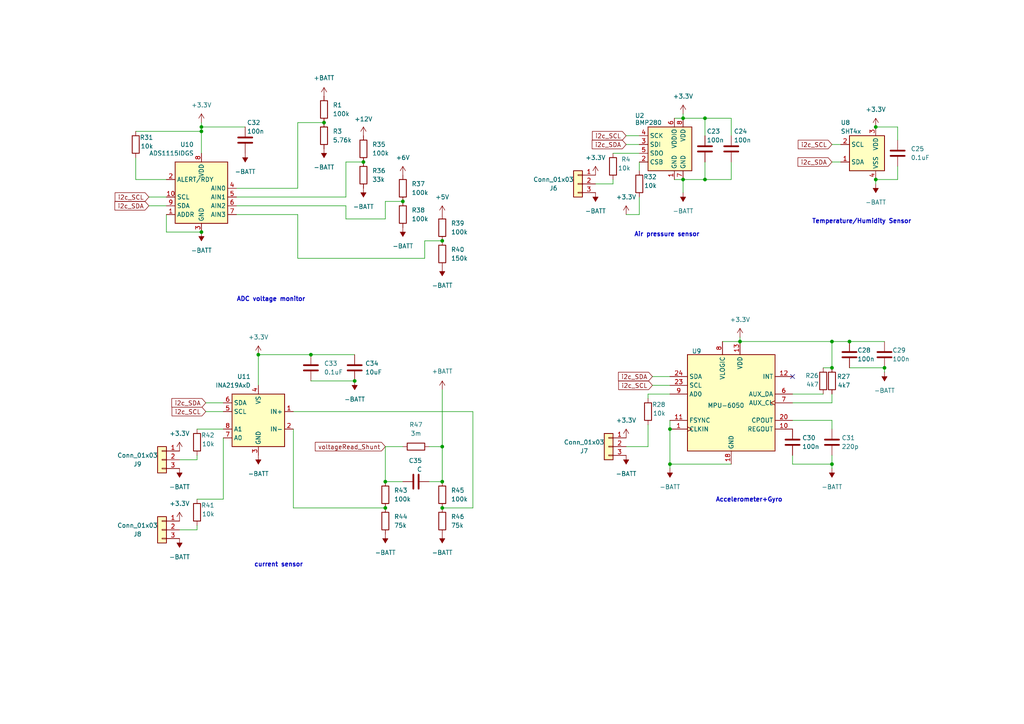
<source format=kicad_sch>
(kicad_sch (version 20231120) (generator "eeschema") (generator_version "8.0")
  (paper "A4")
  (lib_symbols
    (symbol "Analog_ADC:ADS1115IDGS"
      (property "Reference" "U" (at 2.54 13.97 0))
      (property "Value" "ADS1115IDGS" (at 7.62 11.43 0))
      (symbol "ADS1115IDGS_0_1"
        (rectangle (start -7.62 10.16) (end 7.62 -7.62) (stroke (width 0.254)) (fill (type background)))
      )
      (symbol "ADS1115IDGS_1_1"
        (pin input line (at 10.16 -5.08 180) (length 2.54) (name "ADDR") (number "1"))
        (pin input line (at 10.16 0 180) (length 2.54) (name "SCL") (number "10"))
        (pin output line (at 10.16 5.08 180) (length 2.54) (name "ALERT/RDY") (number "2"))
        (pin power_in line (at 0 -10.16 90) (length 2.54) (name "GND") (number "3"))
        (pin input line (at -10.16 2.54 0) (length 2.54) (name "AIN0") (number "4"))
        (pin input line (at -10.16 0 0) (length 2.54) (name "AIN1") (number "5"))
        (pin input line (at -10.16 -2.54 0) (length 2.54) (name "AIN2") (number "6"))
        (pin input line (at -10.16 -5.08 0) (length 2.54) (name "AIN3") (number "7"))
        (pin power_in line (at 0 12.7 270) (length 2.54) (name "VDD") (number "8"))
        (pin bidirectional line (at 10.16 -2.54 180) (length 2.54) (name "SDA") (number "9"))
      )
    )
    (symbol "Connector_Generic:Conn_01x03" (pin_names (offset 1.016) hide)
      (property "Reference" "J" (at 0 5.08 0))
      (property "Value" "Conn_01x03" (at 0 -5.08 0))
      (symbol "Conn_01x03_1_1"
        (rectangle (start -1.27 -2.413) (end 0 -2.667) (stroke (width 0.1524)))
        (rectangle (start -1.27 0.127) (end 0 -0.127) (stroke (width 0.1524)))
        (rectangle (start -1.27 2.667) (end 0 2.413) (stroke (width 0.1524)))
        (rectangle (start -1.27 3.81) (end 1.27 -3.81) (stroke (width 0.254)) (fill (type background)))
        (pin passive line (at -5.08 2.54 0) (length 3.81) (name "Pin_1") (number "1"))
        (pin passive line (at -5.08 0 0) (length 3.81) (name "Pin_2") (number "2"))
        (pin passive line (at -5.08 -2.54 0) (length 3.81) (name "Pin_3") (number "3"))
      )
    )
    (symbol "Device:C" (pin_numbers hide) (pin_names (offset 0.254))
      (property "Reference" "C" (at 0.635 2.54 0))
      (property "Value" "C" (at 0.635 -2.54 0))
      (symbol "C_0_1"
        (polyline (pts (xy -2.032 -0.762) (xy 2.032 -0.762)) (stroke (width 0.508)))
        (polyline (pts (xy -2.032 0.762) (xy 2.032 0.762)) (stroke (width 0.508)))
      )
      (symbol "C_1_1"
        (pin passive line (at 0 3.81 270) (length 2.794) (name "~") (number "1"))
        (pin passive line (at 0 -3.81 90) (length 2.794) (name "~") (number "2"))
      )
    )
    (symbol "Device:R" (pin_numbers hide) (pin_names (offset 0))
      (property "Reference" "R" (at 2.032 0 90))
      (property "Value" "R" (at 0 0 90))
      (symbol "R_0_1"
        (rectangle (start -1.016 -2.54) (end 1.016 2.54) (stroke (width 0.254)))
      )
      (symbol "R_1_1"
        (pin passive line (at 0 3.81 270) (length 1.27) (name "~") (number "1"))
        (pin passive line (at 0 -3.81 90) (length 1.27) (name "~") (number "2"))
      )
    )
    (symbol "Sensor_Energy:INA219AxD"
      (property "Reference" "U11" (at 2.1941 12.7 0))
      (property "Value" "INA219AxD" (at 2.1941 10.16 0))
      (symbol "INA219AxD_0_1"
        (rectangle (start -7.62 7.62) (end 7.62 -7.62) (stroke (width 0.254)) (fill (type background)))
      )
      (symbol "INA219AxD_1_1"
        (pin input line (at -10.16 2.54 0) (length 2.54) (name "IN+") (number "1"))
        (pin input line (at -10.16 -2.54 0) (length 2.54) (name "IN-") (number "2"))
        (pin power_in line (at 0 -10.16 90) (length 2.54) (name "GND") (number "3"))
        (pin power_in line (at 0 10.16 270) (length 2.54) (name "VS") (number "4"))
        (pin input line (at 10.16 2.54 180) (length 2.54) (name "SCL") (number "5"))
        (pin bidirectional line (at 10.16 5.08 180) (length 2.54) (name "SDA") (number "6"))
        (pin input line (at 10.16 -5.08 180) (length 2.54) (name "A0") (number "7"))
        (pin input line (at 10.16 -2.54 180) (length 2.54) (name "A1") (number "8"))
      )
    )
    (symbol "Sensor_Humidity:SHT4x"
      (property "Reference" "U" (at 0 8.89 0))
      (property "Value" "SHT4x" (at 0 6.35 0))
      (symbol "SHT4x_1_1"
        (rectangle (start -5.08 5.08) (end 5.08 -5.08) (stroke (width 0.254)) (fill (type background)))
        (pin bidirectional line (at -7.62 -2.54 0) (length 2.54) (name "SDA") (number "1"))
        (pin input line (at -7.62 2.54 0) (length 2.54) (name "SCL") (number "2"))
        (pin power_in line (at 2.54 7.62 270) (length 2.54) (name "VDD") (number "3"))
        (pin power_in line (at 2.54 -7.62 90) (length 2.54) (name "VSS") (number "4"))
      )
    )
    (symbol "Sensor_Motion:MPU-6050"
      (property "Reference" "U" (at -11.43 13.97 0))
      (property "Value" "MPU-6050" (at 7.62 -15.24 0))
      (symbol "MPU-6050_0_0"
        (text "" (at 12.7 -2.54 0) (effects (font (size 1.27 1.27))))
      )
      (symbol "MPU-6050_0_1"
        (rectangle (start -12.7 13.97) (end 12.7 -13.97) (stroke (width 0.254)) (fill (type background)))
      )
      (symbol "MPU-6050_1_1"
        (pin input clock (at -17.78 -7.62 0) (length 5.08) (name "CLKIN") (number "1"))
        (pin passive line (at 17.78 -7.62 180) (length 5.08) (name "REGOUT") (number "10"))
        (pin input line (at -17.78 -5.08 0) (length 5.08) (name "FSYNC") (number "11"))
        (pin output line (at 17.78 7.62 180) (length 5.08) (name "INT") (number "12"))
        (pin power_in line (at 2.54 17.78 270) (length 3.81) (name "VDD") (number "13"))
        (pin no_connect line (at -12.7 -10.16 0) (length 2.54) hide (name "NC") (number "14"))
        (pin no_connect line (at 12.7 12.7 180) (length 2.54) hide (name "NC") (number "15"))
        (pin no_connect line (at 12.7 10.16 180) (length 2.54) hide (name "NC") (number "16"))
        (pin no_connect line (at 12.7 5.08 180) (length 2.54) hide (name "NC") (number "17"))
        (pin power_in line (at 0 -17.78 90) (length 3.81) (name "GND") (number "18"))
        (pin no_connect line (at 12.7 -10.16 180) (length 2.54) hide (name "RESV") (number "19"))
        (pin no_connect line (at -12.7 12.7 0) (length 2.54) hide (name "NC") (number "2"))
        (pin passive line (at 17.78 -5.08 180) (length 5.08) (name "CPOUT") (number "20"))
        (pin no_connect line (at 12.7 -2.54 180) (length 2.54) hide (name "RESV") (number "21"))
        (pin no_connect line (at 12.7 -12.7 180) (length 2.54) hide (name "RESV") (number "22"))
        (pin input line (at -17.78 5.08 0) (length 5.08) (name "SCL") (number "23"))
        (pin bidirectional line (at -17.78 7.62 0) (length 5.08) (name "SDA") (number "24"))
        (pin no_connect line (at -12.7 10.16 0) (length 2.54) hide (name "NC") (number "3"))
        (pin no_connect line (at -12.7 0 0) (length 2.54) hide (name "NC") (number "4"))
        (pin no_connect line (at -12.7 -2.54 0) (length 2.54) hide (name "NC") (number "5"))
        (pin bidirectional line (at 17.78 2.54 180) (length 5.08) (name "AUX_DA") (number "6"))
        (pin output clock (at 17.78 0 180) (length 5.08) (name "AUX_CL") (number "7"))
        (pin power_in line (at -2.54 17.78 270) (length 3.81) (name "VLOGIC") (number "8"))
        (pin input line (at -17.78 2.54 0) (length 5.08) (name "AD0") (number "9"))
      )
    )
    (symbol "Sensor_Pressure:BMP280"
      (property "Reference" "U" (at -7.62 10.16 0))
      (property "Value" "BMP280" (at 5.08 10.16 0))
      (symbol "BMP280_0_1"
        (rectangle (start -7.62 -5.08) (end 5.08 7.62) (stroke (width 0.254)) (fill (type background)))
      )
      (symbol "BMP280_1_1"
        (pin power_in line (at 0 -7.62 90) (length 2.54) (name "GND") (number "1"))
        (pin input line (at -10.16 -2.54 0) (length 2.54) (name "CSB") (number "2"))
        (pin bidirectional line (at -10.16 2.54 0) (length 2.54) (name "SDI") (number "3"))
        (pin input line (at -10.16 5.08 0) (length 2.54) (name "SCK") (number "4"))
        (pin bidirectional line (at -10.16 0 0) (length 2.54) (name "SDO") (number "5"))
        (pin power_in line (at 0 10.16 270) (length 2.54) (name "VDDIO") (number "6"))
        (pin power_in line (at 2.54 -7.62 90) (length 2.54) (name "GND") (number "7"))
        (pin power_in line (at 2.54 10.16 270) (length 2.54) (name "VDD") (number "8"))
      )
    )
    (symbol "power:+12V" (power) (pin_names (offset 0))
      (property "Value" "+12V" (at 0 3.556 0))
      (symbol "+12V_0_1"
        (polyline (pts (xy -0.762 1.27) (xy 0 2.54)))
        (polyline (pts (xy 0 0) (xy 0 2.54)))
        (polyline (pts (xy 0 2.54) (xy 0.762 1.27)))
      )
      (symbol "+12V_1_1"
        (pin power_in line (at 0 0 90) (length 0) hide (name "+12V") (number "1"))
      )
    )
    (symbol "power:+3.3V" (power) (pin_names (offset 0))
      (property "Value" "+3.3V" (at 0 3.556 0))
      (symbol "+3.3V_0_1"
        (polyline (pts (xy -0.762 1.27) (xy 0 2.54)))
        (polyline (pts (xy 0 0) (xy 0 2.54)))
        (polyline (pts (xy 0 2.54) (xy 0.762 1.27)))
      )
      (symbol "+3.3V_1_1"
        (pin power_in line (at 0 0 90) (length 0) hide (name "+3.3V") (number "1"))
      )
    )
    (symbol "power:+BATT" (power) (pin_numbers hide) (pin_names (offset 0) hide)
      (property "Value" "+BATT" (at 0 3.556 0))
      (symbol "+BATT_0_1"
        (polyline (pts (xy -0.762 1.27) (xy 0 2.54)))
        (polyline (pts (xy 0 0) (xy 0 2.54)))
        (polyline (pts (xy 0 2.54) (xy 0.762 1.27)))
      )
      (symbol "+BATT_1_1"
        (pin power_in line (at 0 0 90) (length 0) (name "~") (number "1"))
      )
    )
    (symbol "power:-BATT" (power) (pin_names (offset 0))
      (property "Value" "-BATT" (at 0 3.556 0))
      (symbol "-BATT_0_1"
        (polyline (pts (xy 0 0) (xy 0 2.54)))
        (polyline (pts (xy 0.762 1.27) (xy -0.762 1.27) (xy 0 2.54) (xy 0.762 1.27)) (fill (type outline)))
      )
      (symbol "-BATT_1_1"
        (pin power_in line (at 0 0 90) (length 0) hide (name "-BATT") (number "1"))
      )
    )
  )
  (junction (at 111.76 139.7))
  (junction (at 128.27 129.54))
  (junction (at 58.42 36.83))
  (junction (at 256.54 106.68))
  (junction (at 254 36.83))
  (junction (at 241.3 106.68))
  (junction (at 204.47 34.29))
  (junction (at 58.42 38.1))
  (junction (at 128.27 147.32))
  (junction (at 105.41 46.99))
  (junction (at 198.12 34.29))
  (junction (at 241.3 99.06))
  (junction (at 128.27 69.85))
  (junction (at 214.63 99.06))
  (junction (at 194.31 124.46))
  (junction (at 90.17 102.87))
  (junction (at 58.42 67.31))
  (junction (at 194.31 134.62))
  (junction (at 241.3 134.62))
  (junction (at 204.47 52.07))
  (junction (at 102.87 110.49))
  (junction (at 116.84 58.42))
  (junction (at 128.27 139.7))
  (junction (at 74.93 102.87))
  (junction (at 254 52.07))
  (junction (at 246.38 99.06))
  (junction (at 198.12 52.07))
  (junction (at 93.98 35.56))
  (junction (at 111.76 147.32))
  (no_connect (at 229.87 109.22))
  (wire (pts (xy 48.26 67.31) (xy 58.42 67.31)))
  (wire (pts (xy 198.12 33.02) (xy 198.12 34.29)))
  (wire (pts (xy 229.87 134.62) (xy 241.3 134.62)))
  (wire (pts (xy 100.33 63.5) (xy 111.76 63.5)))
  (wire (pts (xy 241.3 116.84) (xy 241.3 114.3)))
  (wire (pts (xy 260.35 40.64) (xy 260.35 36.83)))
  (wire (pts (xy 59.69 119.38) (xy 64.77 119.38)))
  (wire (pts (xy 58.42 38.1) (xy 58.42 44.45)))
  (wire (pts (xy 128.27 129.54) (xy 128.27 139.7)))
  (wire (pts (xy 212.09 39.37) (xy 212.09 34.29)))
  (wire (pts (xy 100.33 59.69) (xy 100.33 63.5)))
  (wire (pts (xy 187.96 114.3) (xy 194.31 114.3)))
  (wire (pts (xy 241.3 132.08) (xy 241.3 134.62)))
  (wire (pts (xy 187.96 115.57) (xy 187.96 114.3)))
  (wire (pts (xy 90.17 102.87) (xy 102.87 102.87)))
  (wire (pts (xy 241.3 46.99) (xy 243.84 46.99)))
  (wire (pts (xy 214.63 99.06) (xy 241.3 99.06)))
  (wire (pts (xy 229.87 116.84) (xy 241.3 116.84)))
  (wire (pts (xy 137.16 119.38) (xy 137.16 147.32)))
  (wire (pts (xy 256.54 107.95) (xy 256.54 106.68)))
  (wire (pts (xy 128.27 113.03) (xy 128.27 129.54)))
  (wire (pts (xy 68.58 59.69) (xy 100.33 59.69)))
  (wire (pts (xy 177.8 53.34) (xy 177.8 52.07)))
  (wire (pts (xy 85.09 147.32) (xy 85.09 124.46)))
  (wire (pts (xy 39.37 52.07) (xy 39.37 45.72)))
  (wire (pts (xy 185.42 49.53) (xy 185.42 46.99)))
  (wire (pts (xy 194.31 121.92) (xy 194.31 124.46)))
  (wire (pts (xy 111.76 58.42) (xy 116.84 58.42)))
  (wire (pts (xy 111.76 129.54) (xy 111.76 139.7)))
  (wire (pts (xy 64.77 127) (xy 64.77 144.78)))
  (wire (pts (xy 124.46 129.54) (xy 128.27 129.54)))
  (wire (pts (xy 246.38 106.68) (xy 256.54 106.68)))
  (wire (pts (xy 85.09 147.32) (xy 111.76 147.32)))
  (wire (pts (xy 204.47 52.07) (xy 212.09 52.07)))
  (wire (pts (xy 86.36 62.23) (xy 86.36 74.93)))
  (wire (pts (xy 124.46 139.7) (xy 128.27 139.7)))
  (wire (pts (xy 198.12 52.07) (xy 204.47 52.07)))
  (wire (pts (xy 90.17 110.49) (xy 102.87 110.49)))
  (wire (pts (xy 260.35 48.26) (xy 260.35 52.07)))
  (wire (pts (xy 194.31 134.62) (xy 212.09 134.62)))
  (wire (pts (xy 254 53.34) (xy 254 52.07)))
  (wire (pts (xy 195.58 34.29) (xy 198.12 34.29)))
  (wire (pts (xy 123.19 69.85) (xy 128.27 69.85)))
  (wire (pts (xy 177.8 44.45) (xy 185.42 44.45)))
  (wire (pts (xy 100.33 46.99) (xy 105.41 46.99)))
  (wire (pts (xy 57.15 124.46) (xy 64.77 124.46)))
  (wire (pts (xy 85.09 119.38) (xy 137.16 119.38)))
  (wire (pts (xy 214.63 97.79) (xy 214.63 99.06)))
  (wire (pts (xy 260.35 36.83) (xy 254 36.83)))
  (wire (pts (xy 57.15 153.67) (xy 57.15 152.4)))
  (wire (pts (xy 123.19 74.93) (xy 123.19 69.85)))
  (wire (pts (xy 111.76 63.5) (xy 111.76 58.42)))
  (wire (pts (xy 68.58 54.61) (xy 86.36 54.61)))
  (wire (pts (xy 194.31 124.46) (xy 194.31 134.62)))
  (wire (pts (xy 229.87 134.62) (xy 229.87 132.08)))
  (wire (pts (xy 57.15 144.78) (xy 64.77 144.78)))
  (wire (pts (xy 229.87 114.3) (xy 238.76 114.3)))
  (wire (pts (xy 43.18 59.69) (xy 48.26 59.69)))
  (wire (pts (xy 48.26 62.23) (xy 48.26 67.31)))
  (wire (pts (xy 57.15 133.35) (xy 57.15 132.08)))
  (wire (pts (xy 59.69 116.84) (xy 64.77 116.84)))
  (wire (pts (xy 194.31 135.89) (xy 194.31 134.62)))
  (wire (pts (xy 39.37 38.1) (xy 58.42 38.1)))
  (wire (pts (xy 48.26 52.07) (xy 39.37 52.07)))
  (wire (pts (xy 229.87 121.92) (xy 241.3 121.92)))
  (wire (pts (xy 238.76 106.68) (xy 241.3 106.68)))
  (wire (pts (xy 181.61 62.23) (xy 185.42 62.23)))
  (wire (pts (xy 100.33 57.15) (xy 100.33 46.99)))
  (wire (pts (xy 241.3 99.06) (xy 246.38 99.06)))
  (wire (pts (xy 181.61 39.37) (xy 185.42 39.37)))
  (wire (pts (xy 209.55 99.06) (xy 214.63 99.06)))
  (wire (pts (xy 172.72 53.34) (xy 177.8 53.34)))
  (wire (pts (xy 68.58 57.15) (xy 100.33 57.15)))
  (wire (pts (xy 43.18 57.15) (xy 48.26 57.15)))
  (wire (pts (xy 181.61 129.54) (xy 187.96 129.54)))
  (wire (pts (xy 241.3 99.06) (xy 241.3 106.68)))
  (wire (pts (xy 185.42 62.23) (xy 185.42 57.15)))
  (wire (pts (xy 204.47 34.29) (xy 212.09 34.29)))
  (wire (pts (xy 241.3 121.92) (xy 241.3 124.46)))
  (wire (pts (xy 68.58 62.23) (xy 86.36 62.23)))
  (wire (pts (xy 241.3 41.91) (xy 243.84 41.91)))
  (wire (pts (xy 204.47 46.99) (xy 204.47 52.07)))
  (wire (pts (xy 195.58 52.07) (xy 198.12 52.07)))
  (wire (pts (xy 52.07 153.67) (xy 57.15 153.67)))
  (wire (pts (xy 212.09 46.99) (xy 212.09 52.07)))
  (wire (pts (xy 58.42 35.56) (xy 58.42 36.83)))
  (wire (pts (xy 58.42 36.83) (xy 58.42 38.1)))
  (wire (pts (xy 71.12 36.83) (xy 58.42 36.83)))
  (wire (pts (xy 189.23 109.22) (xy 194.31 109.22)))
  (wire (pts (xy 187.96 129.54) (xy 187.96 123.19)))
  (wire (pts (xy 74.93 102.87) (xy 74.93 111.76)))
  (wire (pts (xy 189.23 111.76) (xy 194.31 111.76)))
  (wire (pts (xy 52.07 133.35) (xy 57.15 133.35)))
  (wire (pts (xy 181.61 41.91) (xy 185.42 41.91)))
  (wire (pts (xy 86.36 54.61) (xy 86.36 35.56)))
  (wire (pts (xy 86.36 74.93) (xy 123.19 74.93)))
  (wire (pts (xy 198.12 52.07) (xy 198.12 55.88)))
  (wire (pts (xy 246.38 99.06) (xy 256.54 99.06)))
  (wire (pts (xy 116.84 129.54) (xy 111.76 129.54)))
  (wire (pts (xy 198.12 34.29) (xy 204.47 34.29)))
  (wire (pts (xy 86.36 35.56) (xy 93.98 35.56)))
  (wire (pts (xy 128.27 147.32) (xy 137.16 147.32)))
  (wire (pts (xy 241.3 134.62) (xy 241.3 135.89)))
  (wire (pts (xy 111.76 139.7) (xy 116.84 139.7)))
  (wire (pts (xy 260.35 52.07) (xy 254 52.07)))
  (wire (pts (xy 204.47 39.37) (xy 204.47 34.29)))
  (wire (pts (xy 74.93 102.87) (xy 90.17 102.87)))
  (text "ADC voltage monitor" (at 68.58 86.868 0) (effects (font (size 1.27 1.27) (thickness 0.254) (bold yes)) (justify left)))
  (text "Air pressure sensor" (at 183.896 68.072 0) (effects (font (size 1.27 1.27) (thickness 0.254) (bold yes)) (justify left)))
  (text "Accelerometer+Gyro" (at 207.518 145.034 0) (effects (font (size 1.27 1.27) (thickness 0.254) (bold yes)) (justify left)))
  (text "Temperature/Humidity Sensor" (at 235.458 65.024 0) (effects (font (size 1.27 1.27) (thickness 0.254) (bold yes)) (justify left bottom)))
  (text "current sensor" (at 73.66 164.592 0) (effects (font (size 1.27 1.27) (thickness 0.254) (bold yes)) (justify left bottom)))
  (global_label "i2c_SCL" (shape input) (at 43.18 57.15 180) (property "Intersheetrefs" "${INTERSHEET_REFS}" (effects (hide yes))))
  (global_label "i2c_SCL" (shape input) (at 189.23 111.76 180) (property "Intersheetrefs" "${INTERSHEET_REFS}" (effects (hide yes))))
  (global_label "i2c_SDA" (shape input) (at 181.61 41.91 180) (property "Intersheetrefs" "${INTERSHEET_REFS}" (effects (hide yes))))
  (global_label "i2c_SCL" (shape input) (at 181.61 39.37 180) (property "Intersheetrefs" "${INTERSHEET_REFS}" (effects (hide yes))))
  (global_label "i2c_SDA" (shape input) (at 189.23 109.22 180) (property "Intersheetrefs" "${INTERSHEET_REFS}" (effects (hide yes))))
  (global_label "i2c_SCL" (shape input) (at 59.69 119.38 180) (property "Intersheetrefs" "${INTERSHEET_REFS}" (effects (hide yes))))
  (global_label "i2c_SDA" (shape input) (at 43.18 59.69 180) (property "Intersheetrefs" "${INTERSHEET_REFS}" (effects (hide yes))))
  (global_label "i2c_SDA" (shape input) (at 59.69 116.84 180) (property "Intersheetrefs" "${INTERSHEET_REFS}" (effects (hide yes))))
  (global_label "voltageRead_Shunt" (shape input) (at 111.76 129.54 180) (property "Intersheetrefs" "${INTERSHEET_REFS}" (effects (hide yes))))
  (global_label "i2c_SDA" (shape input) (at 241.3 46.99 180) (property "Intersheetrefs" "${INTERSHEET_REFS}" (effects (hide yes))))
  (global_label "i2c_SCL" (shape input) (at 241.3 41.91 180) (property "Intersheetrefs" "${INTERSHEET_REFS}" (effects (hide yes))))
  (symbol (lib_id "Device:R") (at 128.27 151.13 0) (unit 1)
    (property "Reference" "R46" (at 130.81 149.8599 0) (effects (justify left)))
    (property "Value" "75k" (at 130.81 152.3999 0) (effects (justify left)))
    (property "Footprint" "Resistor_SMD:R_0603_1608Metric" (effects (hide yes)))
    (property "Description" "Resistor" (effects (hide yes)))
  )
  (symbol (lib_id "Device:C") (at 260.35 44.45 0) (unit 1)
    (property "Reference" "C25" (at 264.16 43.18 0) (effects (justify left)))
    (property "Value" "0.1uF" (at 264.16 45.72 0) (effects (justify left)))
    (property "Footprint" "Capacitor_SMD:C_0402_1005Metric" (effects (hide yes)))
  )
  (symbol (lib_id "Device:C") (at 204.47 43.18 0) (unit 1)
    (property "Reference" "C23" (at 204.978 38.1 0) (effects (justify left)))
    (property "Value" "100n" (at 204.978 40.64 0) (effects (justify left)))
    (property "Footprint" "Capacitor_SMD:C_0603_1608Metric" (effects (hide yes)))
    (property "Description" "Unpolarized capacitor" (effects (hide yes)))
  )
  (symbol (lib_id "Device:R") (at 128.27 143.51 0) (unit 1)
    (property "Reference" "R45" (at 130.81 142.2399 0) (effects (justify left)))
    (property "Value" "100k" (at 130.81 144.7799 0) (effects (justify left)))
    (property "Footprint" "Resistor_SMD:R_0603_1608Metric" (effects (hide yes)))
    (property "Description" "Resistor" (effects (hide yes)))
  )
  (symbol (lib_id "Device:C") (at 229.87 128.27 0) (unit 1)
    (property "Reference" "C30" (at 232.664 127 0) (effects (justify left)))
    (property "Value" "100n" (at 232.664 129.54 0) (effects (justify left)))
    (property "Footprint" "Capacitor_SMD:C_0603_1608Metric" (effects (hide yes)))
    (property "Description" "Unpolarized capacitor" (effects (hide yes)))
  )
  (symbol (lib_id "power:+3.3V") (at 74.93 102.87 0) (unit 1)
    (property "Reference" "#PWR075" (effects (hide yes)))
    (property "Value" "+3.3V" (at 74.93 97.79 0))
  )
  (symbol (lib_id "power:-BATT") (at 241.3 135.89 180) (unit 1)
    (property "Reference" "#PWR064" (effects (hide yes)))
    (property "Value" "-BATT" (at 241.3 141.224 0))
  )
  (symbol (lib_id "Device:R") (at 39.37 41.91 0) (mirror x) (unit 1)
    (property "Reference" "R31" (at 44.45 39.878 0) (effects (justify right)))
    (property "Value" "10k" (at 44.45 42.418 0) (effects (justify right)))
    (property "Footprint" "Resistor_SMD:R_0402_1005Metric" (effects (hide yes)))
    (property "Description" "Resistor" (effects (hide yes)))
  )
  (symbol (lib_id "Device:C") (at 246.38 102.87 0) (unit 1)
    (property "Reference" "C28" (at 248.666 101.6 0) (effects (justify left)))
    (property "Value" "100n" (at 248.666 104.14 0) (effects (justify left)))
    (property "Footprint" "Capacitor_SMD:C_0603_1608Metric" (effects (hide yes)))
    (property "Description" "Unpolarized capacitor" (effects (hide yes)))
  )
  (symbol (lib_id "Device:R") (at 57.15 148.59 0) (mirror x) (unit 1)
    (property "Reference" "R41" (at 62.23 146.558 0) (effects (justify right)))
    (property "Value" "10k" (at 62.23 149.098 0) (effects (justify right)))
    (property "Footprint" "Resistor_SMD:R_0402_1005Metric" (effects (hide yes)))
    (property "Description" "Resistor" (effects (hide yes)))
  )
  (symbol (lib_id "power:+3.3V") (at 52.07 151.13 0) (unit 1)
    (property "Reference" "#PWR077" (effects (hide yes)))
    (property "Value" "+3.3V" (at 52.07 146.05 0))
  )
  (symbol (lib_id "Device:R") (at 238.76 110.49 0) (mirror x) (unit 1)
    (property "Reference" "R26" (at 237.49 108.966 0) (effects (justify right)))
    (property "Value" "4k7" (at 237.49 111.506 0) (effects (justify right)))
    (property "Footprint" "Resistor_SMD:R_0402_1005Metric" (effects (hide yes)))
    (property "Description" "Resistor" (effects (hide yes)))
  )
  (symbol (lib_id "Device:C") (at 71.12 40.64 0) (unit 1)
    (property "Reference" "C32" (at 71.628 35.56 0) (effects (justify left)))
    (property "Value" "100n" (at 71.628 38.1 0) (effects (justify left)))
    (property "Footprint" "Capacitor_SMD:C_0603_1608Metric" (effects (hide yes)))
    (property "Description" "Unpolarized capacitor" (effects (hide yes)))
  )
  (symbol (lib_id "power:-BATT") (at 256.54 107.95 180) (unit 1)
    (property "Reference" "#PWR060" (effects (hide yes)))
    (property "Value" "-BATT" (at 256.54 113.284 0))
  )
  (symbol (lib_id "power:-BATT") (at 194.31 135.89 180) (unit 1)
    (property "Reference" "#PWR063" (effects (hide yes)))
    (property "Value" "-BATT" (at 194.31 141.224 0))
  )
  (symbol (lib_id "Device:R") (at 111.76 143.51 0) (unit 1)
    (property "Reference" "R43" (at 114.3 142.2399 0) (effects (justify left)))
    (property "Value" "100k" (at 114.3 144.7799 0) (effects (justify left)))
    (property "Footprint" "Resistor_SMD:R_0603_1608Metric" (effects (hide yes)))
    (property "Description" "Resistor" (effects (hide yes)))
  )
  (symbol (lib_id "Sensor_Pressure:BMP280") (at 195.58 44.45 0) (unit 1)
    (property "Reference" "U2" (at 184.15 33.528 0) (effects (justify left)))
    (property "Value" "BMP280" (at 184.15 35.56 0) (effects (justify left)))
    (property "Footprint" "Package_LGA:Bosch_LGA-8_2x2.5mm_P0.65mm_ClockwisePinNumbering" (effects (hide yes)))
    (property "Datasheet" "https://ae-bst.resource.bosch.com/media/_tech/media/datasheets/BST-BMP280-DS001.pdf" (effects (hide yes)))
    (property "Description" "Absolute Barometric Pressure Sensor, LGA-8" (effects (hide yes)))
  )
  (symbol (lib_id "Sensor_Energy:INA219AxD") (at 74.93 121.92 0) (mirror y) (unit 1)
    (property "Reference" "U11" (at 72.7359 109.22 0) (effects (justify left)))
    (property "Value" "INA219AxD" (at 72.7359 111.76 0) (effects (justify left)))
    (property "Footprint" "Package_TO_SOT_SMD:SOT-23-8" (effects (hide yes)))
    (property "Datasheet" "http://www.ti.com/lit/ds/symlink/ina219.pdf" (effects (hide yes)))
    (property "Description" "Zero-Drift, Bidirectional Current/Power Monitor (0-26V) With I2C Interface, SOIC-8" (effects (hide yes)))
  )
  (symbol (lib_id "power:+3.3V") (at 52.07 130.81 0) (unit 1)
    (property "Reference" "#PWR079" (effects (hide yes)))
    (property "Value" "+3.3V" (at 52.07 125.73 0))
  )
  (symbol (lib_id "power:+3.3V") (at 198.12 33.02 0) (unit 1)
    (property "Reference" "#PWR04" (effects (hide yes)))
    (property "Value" "+3.3V" (at 198.12 27.94 0))
  )
  (symbol (lib_id "Connector_Generic:Conn_01x03") (at 167.64 53.34 0) (mirror y) (unit 1)
    (property "Reference" "J6" (at 160.528 54.61 0))
    (property "Value" "Conn_01x03" (at 160.528 52.07 0))
    (property "Footprint" "SolderPads:bridgePads_3_1mm" (effects (hide yes)))
    (property "Description" "Generic connector, single row, 01x03, script generated (kicad-library-utils/schlib/autogen/connector/)" (effects (hide yes)))
  )
  (symbol (lib_id "power:-BATT") (at 254 53.34 180) (unit 1)
    (property "Reference" "#PWR011" (effects (hide yes)))
    (property "Value" "-BATT" (at 254 58.674 0))
  )
  (symbol (lib_id "Device:R") (at 105.41 50.8 0) (unit 1)
    (property "Reference" "R36" (at 107.95 49.5299 0) (effects (justify left)))
    (property "Value" "33k" (at 107.95 52.0699 0) (effects (justify left)))
    (property "Footprint" "Resistor_SMD:R_0603_1608Metric" (effects (hide yes)))
    (property "Description" "Resistor" (effects (hide yes)))
  )
  (symbol (lib_id "Device:R") (at 57.15 128.27 0) (mirror x) (unit 1)
    (property "Reference" "R42" (at 62.23 126.238 0) (effects (justify right)))
    (property "Value" "10k" (at 62.23 128.778 0) (effects (justify right)))
    (property "Footprint" "Resistor_SMD:R_0402_1005Metric" (effects (hide yes)))
    (property "Description" "Resistor" (effects (hide yes)))
  )
  (symbol (lib_id "Device:C") (at 256.54 102.87 0) (unit 1)
    (property "Reference" "C29" (at 258.826 101.6 0) (effects (justify left)))
    (property "Value" "100n" (at 258.826 104.14 0) (effects (justify left)))
    (property "Footprint" "Capacitor_SMD:C_0603_1608Metric" (effects (hide yes)))
    (property "Description" "Unpolarized capacitor" (effects (hide yes)))
  )
  (symbol (lib_id "power:-BATT") (at 128.27 77.47 180) (unit 1)
    (property "Reference" "#PWR074" (effects (hide yes)))
    (property "Value" "-BATT" (at 128.27 82.804 0))
  )
  (symbol (lib_id "Sensor_Humidity:SHT4x") (at 251.46 44.45 0) (unit 1)
    (property "Reference" "U8" (at 243.84 35.56 0) (effects (justify left)))
    (property "Value" "SHT4x" (at 243.84 38.1 0) (effects (justify left)))
    (property "Footprint" "Sensor_Humidity:Sensirion_DFN-4_1.5x1.5mm_P0.8mm_SHT4x_NoCentralPad" (effects (hide yes)))
    (property "Datasheet" "https://sensirion.com/media/documents/33FD6951/624C4357/Datasheet_SHT4x.pdf" (effects (hide yes)))
  )
  (symbol (lib_id "Connector_Generic:Conn_01x03") (at 46.99 153.67 0) (mirror y) (unit 1)
    (property "Reference" "J8" (at 39.878 154.94 0))
    (property "Value" "Conn_01x03" (at 39.878 152.4 0))
    (property "Footprint" "SolderPads:bridgePads_3_1mm" (effects (hide yes)))
    (property "Description" "Generic connector, single row, 01x03, script generated (kicad-library-utils/schlib/autogen/connector/)" (effects (hide yes)))
  )
  (symbol (lib_id "power:-BATT") (at 172.72 55.88 180) (unit 1)
    (property "Reference" "#PWR012" (effects (hide yes)))
    (property "Value" "-BATT" (at 172.72 61.214 0))
  )
  (symbol (lib_id "power:+3.3V") (at 254 36.83 0) (unit 1)
    (property "Reference" "#PWR05" (effects (hide yes)))
    (property "Value" "+3.3V" (at 254 31.75 0))
  )
  (symbol (lib_id "power:-BATT") (at 52.07 156.21 180) (unit 1)
    (property "Reference" "#PWR078" (effects (hide yes)))
    (property "Value" "-BATT" (at 52.07 161.544 0))
  )
  (symbol (lib_id "Device:C") (at 102.87 106.68 0) (unit 1)
    (property "Reference" "C34" (at 105.918 105.41 0) (effects (justify left)))
    (property "Value" "10uF" (at 105.918 107.95 0) (effects (justify left)))
    (property "Footprint" "Capacitor_SMD:C_0805_2012Metric" (effects (hide yes)))
    (property "Description" "Unpolarized capacitor" (effects (hide yes)))
  )
  (symbol (lib_id "power:+3.3V") (at 58.42 35.56 0) (unit 1)
    (property "Reference" "#PWR066" (effects (hide yes)))
    (property "Value" "+3.3V" (at 58.42 30.48 0))
  )
  (symbol (lib_id "Device:R") (at 93.98 31.75 0) (unit 1)
    (property "Reference" "R1" (at 96.52 30.4799 0) (effects (justify left)))
    (property "Value" "100k" (at 96.52 33.0199 0) (effects (justify left)))
    (property "Footprint" "Resistor_SMD:R_0603_1608Metric" (effects (hide yes)))
    (property "Description" "Resistor" (effects (hide yes)))
  )
  (symbol (lib_id "power:-BATT") (at 128.27 154.94 180) (unit 1)
    (property "Reference" "#PWR084" (effects (hide yes)))
    (property "Value" "-BATT" (at 128.27 160.274 0))
  )
  (symbol (lib_id "Device:R") (at 116.84 62.23 0) (unit 1)
    (property "Reference" "R38" (at 119.38 60.9599 0) (effects (justify left)))
    (property "Value" "100k" (at 119.38 63.4999 0) (effects (justify left)))
    (property "Footprint" "Resistor_SMD:R_0603_1608Metric" (effects (hide yes)))
    (property "Description" "Resistor" (effects (hide yes)))
  )
  (symbol (lib_id "Sensor_Motion:MPU-6050") (at 212.09 116.84 0) (unit 1)
    (property "Reference" "U9" (at 200.66 101.854 0) (effects (justify left)))
    (property "Value" "MPU-6050" (at 205.232 117.602 0) (effects (justify left)))
    (property "Footprint" "Sensor_Motion:InvenSense_QFN-24_4x4mm_P0.5mm" (effects (hide yes)))
    (property "Datasheet" "https://invensense.tdk.com/wp-content/uploads/2015/02/MPU-6000-Datasheet1.pdf" (effects (hide yes)))
    (property "Description" "InvenSense 6-Axis Motion Sensor, Gyroscope, Accelerometer, I2C" (effects (hide yes)))
  )
  (symbol (lib_id "Connector_Generic:Conn_01x03") (at 46.99 133.35 0) (mirror y) (unit 1)
    (property "Reference" "J9" (at 39.878 134.62 0))
    (property "Value" "Conn_01x03" (at 39.878 132.08 0))
    (property "Footprint" "SolderPads:bridgePads_3_1mm" (effects (hide yes)))
    (property "Description" "Generic connector, single row, 01x03, script generated (kicad-library-utils/schlib/autogen/connector/)" (effects (hide yes)))
  )
  (symbol (lib_id "Device:R") (at 105.41 43.18 0) (unit 1)
    (property "Reference" "R35" (at 107.95 41.9099 0) (effects (justify left)))
    (property "Value" "100k" (at 107.95 44.4499 0) (effects (justify left)))
    (property "Footprint" "Resistor_SMD:R_0603_1608Metric" (effects (hide yes)))
    (property "Description" "Resistor" (effects (hide yes)))
  )
  (symbol (lib_id "Device:R") (at 185.42 53.34 0) (mirror x) (unit 1)
    (property "Reference" "R32" (at 190.5 51.308 0) (effects (justify right)))
    (property "Value" "10k" (at 190.5 53.848 0) (effects (justify right)))
    (property "Footprint" "Resistor_SMD:R_0402_1005Metric" (effects (hide yes)))
    (property "Description" "Resistor" (effects (hide yes)))
  )
  (symbol (lib_id "power:+3.3V") (at 214.63 97.79 0) (unit 1)
    (property "Reference" "#PWR059" (effects (hide yes)))
    (property "Value" "+3.3V" (at 214.63 92.71 0))
  )
  (symbol (lib_id "power:+12V") (at 105.41 39.37 0) (unit 1)
    (property "Reference" "#PWR069" (effects (hide yes)))
    (property "Value" "+12V" (at 105.41 34.544 0))
  )
  (symbol (lib_id "power:-BATT") (at 181.61 132.08 180) (unit 1)
    (property "Reference" "#PWR062" (effects (hide yes)))
    (property "Value" "-BATT" (at 181.61 137.414 0))
  )
  (symbol (lib_id "power:-BATT") (at 116.84 66.04 180) (unit 1)
    (property "Reference" "#PWR072" (effects (hide yes)))
    (property "Value" "-BATT" (at 116.84 71.374 0))
  )
  (symbol (lib_id "Analog_ADC:ADS1115IDGS") (at 58.42 57.15 0) (mirror y) (unit 1)
    (property "Reference" "U10" (at 56.2259 41.91 0) (effects (justify left)))
    (property "Value" "ADS1115IDGS" (at 56.2259 44.45 0) (effects (justify left)))
    (property "Footprint" "Package_SO:TSSOP-10_3x3mm_P0.5mm" (effects (hide yes)))
    (property "Datasheet" "http://www.ti.com/lit/ds/symlink/ads1113.pdf" (effects (hide yes)))
    (property "Description" "Ultra-Small, Low-Power, I2C-Compatible, 860-SPS, 16-Bit ADCs With Internal Reference, Oscillator, and Programmable Comparator, VSSOP-10" (effects (hide yes)))
  )
  (symbol (lib_id "Device:C") (at 90.17 106.68 0) (unit 1)
    (property "Reference" "C33" (at 93.98 105.41 0) (effects (justify left)))
    (property "Value" "0.1uF" (at 93.98 107.95 0) (effects (justify left)))
    (property "Footprint" "Capacitor_SMD:C_0402_1005Metric" (effects (hide yes)))
  )
  (symbol (lib_id "Device:R") (at 128.27 73.66 0) (unit 1)
    (property "Reference" "R40" (at 130.81 72.3899 0) (effects (justify left)))
    (property "Value" "150k" (at 130.81 74.9299 0) (effects (justify left)))
    (property "Footprint" "Resistor_SMD:R_0603_1608Metric" (effects (hide yes)))
    (property "Description" "Resistor" (effects (hide yes)))
  )
  (symbol (lib_id "Device:C") (at 212.09 43.18 0) (unit 1)
    (property "Reference" "C24" (at 212.852 38.1 0) (effects (justify left)))
    (property "Value" "100n" (at 212.852 40.64 0) (effects (justify left)))
    (property "Footprint" "Capacitor_SMD:C_0603_1608Metric" (effects (hide yes)))
    (property "Description" "Unpolarized capacitor" (effects (hide yes)))
  )
  (symbol (lib_id "power:-BATT") (at 52.07 135.89 180) (unit 1)
    (property "Reference" "#PWR080" (effects (hide yes)))
    (property "Value" "-BATT" (at 52.07 141.224 0))
  )
  (symbol (lib_id "power:-BATT") (at 105.41 54.61 180) (unit 1)
    (property "Reference" "#PWR070" (effects (hide yes)))
    (property "Value" "-BATT" (at 105.41 59.944 0))
  )
  (symbol (lib_id "power:-BATT") (at 102.87 110.49 180) (unit 1)
    (property "Reference" "#PWR081" (effects (hide yes)))
    (property "Value" "-BATT" (at 102.87 115.824 0))
  )
  (symbol (lib_id "Device:C") (at 120.65 139.7 90) (unit 1)
    (property "Reference" "C35" (at 122.428 133.604 90) (effects (justify left)))
    (property "Value" "C" (at 122.428 136.144 90) (effects (justify left)))
    (property "Footprint" "Capacitor_SMD:C_0603_1608Metric" (effects (hide yes)))
    (property "Description" "Unpolarized capacitor" (effects (hide yes)))
  )
  (symbol (lib_id "Device:R") (at 187.96 119.38 0) (mirror x) (unit 1)
    (property "Reference" "R28" (at 193.04 117.348 0) (effects (justify right)))
    (property "Value" "10k" (at 193.04 119.888 0) (effects (justify right)))
    (property "Footprint" "Resistor_SMD:R_0402_1005Metric" (effects (hide yes)))
    (property "Description" "Resistor" (effects (hide yes)))
  )
  (symbol (lib_id "power:+12V") (at 116.84 50.8 0) (unit 1)
    (property "Reference" "#PWR073" (effects (hide yes)))
    (property "Value" "+6V" (at 116.84 45.72 0))
  )
  (symbol (lib_id "Device:R") (at 116.84 54.61 0) (unit 1)
    (property "Reference" "R37" (at 119.38 53.3399 0) (effects (justify left)))
    (property "Value" "100k" (at 119.38 55.8799 0) (effects (justify left)))
    (property "Footprint" "Resistor_SMD:R_0603_1608Metric" (effects (hide yes)))
    (property "Description" "Resistor" (effects (hide yes)))
  )
  (symbol (lib_id "power:+12V") (at 128.27 62.23 0) (unit 1)
    (property "Reference" "#PWR071" (effects (hide yes)))
    (property "Value" "+5V" (at 128.27 57.15 0))
  )
  (symbol (lib_id "power:+BATT") (at 93.98 27.94 0) (unit 1)
    (property "Reference" "#PWR02" (effects (hide yes)))
    (property "Value" "+BATT" (at 93.98 22.606 0))
  )
  (symbol (lib_id "power:-BATT") (at 198.12 55.88 180) (unit 1)
    (property "Reference" "#PWR013" (effects (hide yes)))
    (property "Value" "-BATT" (at 198.12 61.214 0))
  )
  (symbol (lib_id "Device:R") (at 128.27 66.04 0) (unit 1)
    (property "Reference" "R39" (at 130.81 64.7699 0) (effects (justify left)))
    (property "Value" "100k" (at 130.81 67.3099 0) (effects (justify left)))
    (property "Footprint" "Resistor_SMD:R_0603_1608Metric" (effects (hide yes)))
    (property "Description" "Resistor" (effects (hide yes)))
  )
  (symbol (lib_id "power:+3.3V") (at 172.72 50.8 0) (unit 1)
    (property "Reference" "#PWR061" (effects (hide yes)))
    (property "Value" "+3.3V" (at 172.72 45.72 0))
  )
  (symbol (lib_id "power:-BATT") (at 74.93 132.08 180) (unit 1)
    (property "Reference" "#PWR076" (effects (hide yes)))
    (property "Value" "-BATT" (at 74.93 137.414 0))
  )
  (symbol (lib_id "Device:R") (at 241.3 110.49 0) (mirror x) (unit 1)
    (property "Reference" "R27" (at 246.634 109.22 0) (effects (justify right)))
    (property "Value" "4k7" (at 246.634 111.76 0) (effects (justify right)))
    (property "Footprint" "Resistor_SMD:R_0402_1005Metric" (effects (hide yes)))
    (property "Description" "Resistor" (effects (hide yes)))
  )
  (symbol (lib_id "power:-BATT") (at 58.42 67.31 180) (unit 1)
    (property "Reference" "#PWR067" (effects (hide yes)))
    (property "Value" "-BATT" (at 58.42 72.644 0))
  )
  (symbol (lib_id "Connector_Generic:Conn_01x03") (at 176.53 129.54 0) (mirror y) (unit 1)
    (property "Reference" "J7" (at 169.418 130.81 0))
    (property "Value" "Conn_01x03" (at 169.418 128.27 0))
    (property "Footprint" "SolderPads:bridgePads_3_1mm" (effects (hide yes)))
    (property "Description" "Generic connector, single row, 01x03, script generated (kicad-library-utils/schlib/autogen/connector/)" (effects (hide yes)))
  )
  (symbol (lib_id "power:-BATT") (at 93.98 43.18 180) (unit 1)
    (property "Reference" "#PWR07" (effects (hide yes)))
    (property "Value" "-BATT" (at 93.98 48.514 0))
  )
  (symbol (lib_id "Device:R") (at 111.76 151.13 0) (unit 1)
    (property "Reference" "R44" (at 114.3 149.8599 0) (effects (justify left)))
    (property "Value" "75k" (at 114.3 152.3999 0) (effects (justify left)))
    (property "Footprint" "Resistor_SMD:R_0603_1608Metric" (effects (hide yes)))
    (property "Description" "Resistor" (effects (hide yes)))
  )
  (symbol (lib_id "Device:R") (at 120.65 129.54 90) (unit 1)
    (property "Reference" "R47" (at 120.65 123.19 90))
    (property "Value" "3m" (at 120.65 125.73 90))
    (property "Footprint" "Resistor_SMD:R_2512_6332Metric" (effects (hide yes)))
    (property "Description" "Resistor" (effects (hide yes)))
  )
  (symbol (lib_id "power:-BATT") (at 71.12 44.45 180) (unit 1)
    (property "Reference" "#PWR068" (effects (hide yes)))
    (property "Value" "-BATT" (at 71.12 49.784 0))
  )
  (symbol (lib_id "power:+BATT") (at 128.27 113.03 0) (unit 1)
    (property "Reference" "#PWR082" (effects (hide yes)))
    (property "Value" "+BATT" (at 128.27 107.696 0))
  )
  (symbol (lib_id "power:-BATT") (at 111.76 154.94 180) (unit 1)
    (property "Reference" "#PWR083" (effects (hide yes)))
    (property "Value" "-BATT" (at 111.76 160.274 0))
  )
  (symbol (lib_id "Device:C") (at 241.3 128.27 0) (unit 1)
    (property "Reference" "C31" (at 244.094 127 0) (effects (justify left)))
    (property "Value" "220p" (at 244.094 129.54 0) (effects (justify left)))
    (property "Footprint" "Capacitor_SMD:C_0603_1608Metric" (effects (hide yes)))
    (property "Description" "Unpolarized capacitor" (effects (hide yes)))
  )
  (symbol (lib_id "Device:R") (at 177.8 48.26 0) (mirror x) (unit 1)
    (property "Reference" "R4" (at 182.88 46.228 0) (effects (justify right)))
    (property "Value" "10k" (at 182.88 48.768 0) (effects (justify right)))
    (property "Footprint" "Resistor_SMD:R_0402_1005Metric" (effects (hide yes)))
    (property "Description" "Resistor" (effects (hide yes)))
  )
  (symbol (lib_id "power:+3.3V") (at 181.61 62.23 0) (unit 1)
    (property "Reference" "#PWR052" (effects (hide yes)))
    (property "Value" "+3.3V" (at 181.61 57.15 0))
  )
  (symbol (lib_id "Device:R") (at 93.98 39.37 0) (unit 1)
    (property "Reference" "R3" (at 96.52 38.0999 0) (effects (justify left)))
    (property "Value" "5.76k" (at 96.52 40.6399 0) (effects (justify left)))
    (property "Footprint" "Resistor_SMD:R_0603_1608Metric" (effects (hide yes)))
    (property "Description" "Resistor" (effects (hide yes)))
  )
  (symbol (lib_id "power:+3.3V") (at 181.61 127 0) (unit 1)
    (property "Reference" "#PWR010" (effects (hide yes)))
    (property "Value" "+3.3V" (at 181.61 121.92 0))
  )
)
</source>
